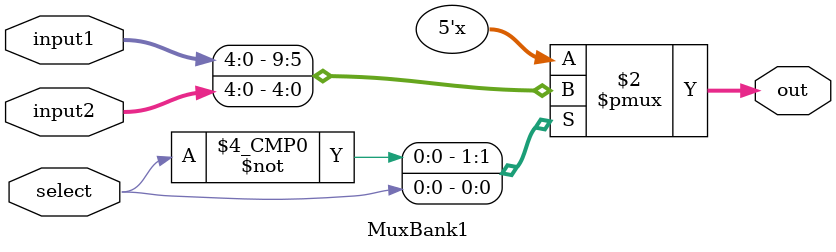
<source format=v>
module MuxBank1(input1, input2, out, select); //Mux de entrada do Banco de Registradores

  input select;
  input [4:0] input1, input2;
  output reg [4:0] out;

  always @ (*) begin
	
	case(select)
		      1'b0 : out = input1;
      		1'b1 : out = input2;
   	endcase
   
  end

endmodule
</source>
